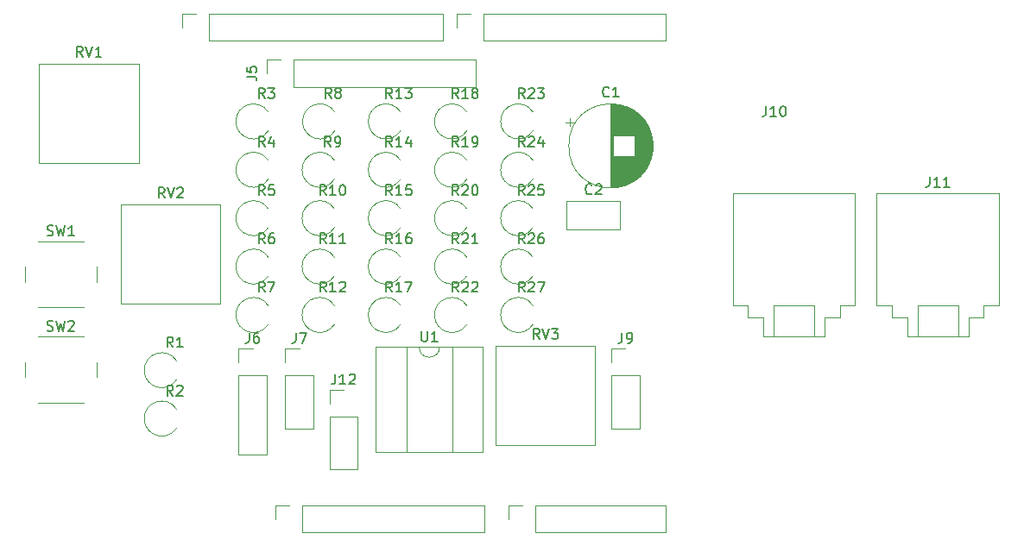
<source format=gbr>
%TF.GenerationSoftware,KiCad,Pcbnew,9.0.7*%
%TF.CreationDate,2026-02-04T13:13:08-07:00*%
%TF.ProjectId,Uno_Shield_DSP_Class_v1,556e6f5f-5368-4696-956c-645f4453505f,rev?*%
%TF.SameCoordinates,Original*%
%TF.FileFunction,Legend,Top*%
%TF.FilePolarity,Positive*%
%FSLAX46Y46*%
G04 Gerber Fmt 4.6, Leading zero omitted, Abs format (unit mm)*
G04 Created by KiCad (PCBNEW 9.0.7) date 2026-02-04 13:13:08*
%MOMM*%
%LPD*%
G01*
G04 APERTURE LIST*
%ADD10C,0.150000*%
%ADD11C,0.120000*%
G04 APERTURE END LIST*
D10*
X132023333Y-60934819D02*
X131690000Y-60458628D01*
X131451905Y-60934819D02*
X131451905Y-59934819D01*
X131451905Y-59934819D02*
X131832857Y-59934819D01*
X131832857Y-59934819D02*
X131928095Y-59982438D01*
X131928095Y-59982438D02*
X131975714Y-60030057D01*
X131975714Y-60030057D02*
X132023333Y-60125295D01*
X132023333Y-60125295D02*
X132023333Y-60268152D01*
X132023333Y-60268152D02*
X131975714Y-60363390D01*
X131975714Y-60363390D02*
X131928095Y-60411009D01*
X131928095Y-60411009D02*
X131832857Y-60458628D01*
X131832857Y-60458628D02*
X131451905Y-60458628D01*
X132499524Y-60934819D02*
X132690000Y-60934819D01*
X132690000Y-60934819D02*
X132785238Y-60887200D01*
X132785238Y-60887200D02*
X132832857Y-60839580D01*
X132832857Y-60839580D02*
X132928095Y-60696723D01*
X132928095Y-60696723D02*
X132975714Y-60506247D01*
X132975714Y-60506247D02*
X132975714Y-60125295D01*
X132975714Y-60125295D02*
X132928095Y-60030057D01*
X132928095Y-60030057D02*
X132880476Y-59982438D01*
X132880476Y-59982438D02*
X132785238Y-59934819D01*
X132785238Y-59934819D02*
X132594762Y-59934819D01*
X132594762Y-59934819D02*
X132499524Y-59982438D01*
X132499524Y-59982438D02*
X132451905Y-60030057D01*
X132451905Y-60030057D02*
X132404286Y-60125295D01*
X132404286Y-60125295D02*
X132404286Y-60363390D01*
X132404286Y-60363390D02*
X132451905Y-60458628D01*
X132451905Y-60458628D02*
X132499524Y-60506247D01*
X132499524Y-60506247D02*
X132594762Y-60553866D01*
X132594762Y-60553866D02*
X132785238Y-60553866D01*
X132785238Y-60553866D02*
X132880476Y-60506247D01*
X132880476Y-60506247D02*
X132928095Y-60458628D01*
X132928095Y-60458628D02*
X132975714Y-60363390D01*
X138037142Y-56184819D02*
X137703809Y-55708628D01*
X137465714Y-56184819D02*
X137465714Y-55184819D01*
X137465714Y-55184819D02*
X137846666Y-55184819D01*
X137846666Y-55184819D02*
X137941904Y-55232438D01*
X137941904Y-55232438D02*
X137989523Y-55280057D01*
X137989523Y-55280057D02*
X138037142Y-55375295D01*
X138037142Y-55375295D02*
X138037142Y-55518152D01*
X138037142Y-55518152D02*
X137989523Y-55613390D01*
X137989523Y-55613390D02*
X137941904Y-55661009D01*
X137941904Y-55661009D02*
X137846666Y-55708628D01*
X137846666Y-55708628D02*
X137465714Y-55708628D01*
X138989523Y-56184819D02*
X138418095Y-56184819D01*
X138703809Y-56184819D02*
X138703809Y-55184819D01*
X138703809Y-55184819D02*
X138608571Y-55327676D01*
X138608571Y-55327676D02*
X138513333Y-55422914D01*
X138513333Y-55422914D02*
X138418095Y-55470533D01*
X139322857Y-55184819D02*
X139941904Y-55184819D01*
X139941904Y-55184819D02*
X139608571Y-55565771D01*
X139608571Y-55565771D02*
X139751428Y-55565771D01*
X139751428Y-55565771D02*
X139846666Y-55613390D01*
X139846666Y-55613390D02*
X139894285Y-55661009D01*
X139894285Y-55661009D02*
X139941904Y-55756247D01*
X139941904Y-55756247D02*
X139941904Y-55994342D01*
X139941904Y-55994342D02*
X139894285Y-56089580D01*
X139894285Y-56089580D02*
X139846666Y-56137200D01*
X139846666Y-56137200D02*
X139751428Y-56184819D01*
X139751428Y-56184819D02*
X139465714Y-56184819D01*
X139465714Y-56184819D02*
X139370476Y-56137200D01*
X139370476Y-56137200D02*
X139322857Y-56089580D01*
X138037142Y-60934819D02*
X137703809Y-60458628D01*
X137465714Y-60934819D02*
X137465714Y-59934819D01*
X137465714Y-59934819D02*
X137846666Y-59934819D01*
X137846666Y-59934819D02*
X137941904Y-59982438D01*
X137941904Y-59982438D02*
X137989523Y-60030057D01*
X137989523Y-60030057D02*
X138037142Y-60125295D01*
X138037142Y-60125295D02*
X138037142Y-60268152D01*
X138037142Y-60268152D02*
X137989523Y-60363390D01*
X137989523Y-60363390D02*
X137941904Y-60411009D01*
X137941904Y-60411009D02*
X137846666Y-60458628D01*
X137846666Y-60458628D02*
X137465714Y-60458628D01*
X138989523Y-60934819D02*
X138418095Y-60934819D01*
X138703809Y-60934819D02*
X138703809Y-59934819D01*
X138703809Y-59934819D02*
X138608571Y-60077676D01*
X138608571Y-60077676D02*
X138513333Y-60172914D01*
X138513333Y-60172914D02*
X138418095Y-60220533D01*
X139846666Y-60268152D02*
X139846666Y-60934819D01*
X139608571Y-59887200D02*
X139370476Y-60601485D01*
X139370476Y-60601485D02*
X139989523Y-60601485D01*
X144527142Y-56184819D02*
X144193809Y-55708628D01*
X143955714Y-56184819D02*
X143955714Y-55184819D01*
X143955714Y-55184819D02*
X144336666Y-55184819D01*
X144336666Y-55184819D02*
X144431904Y-55232438D01*
X144431904Y-55232438D02*
X144479523Y-55280057D01*
X144479523Y-55280057D02*
X144527142Y-55375295D01*
X144527142Y-55375295D02*
X144527142Y-55518152D01*
X144527142Y-55518152D02*
X144479523Y-55613390D01*
X144479523Y-55613390D02*
X144431904Y-55661009D01*
X144431904Y-55661009D02*
X144336666Y-55708628D01*
X144336666Y-55708628D02*
X143955714Y-55708628D01*
X145479523Y-56184819D02*
X144908095Y-56184819D01*
X145193809Y-56184819D02*
X145193809Y-55184819D01*
X145193809Y-55184819D02*
X145098571Y-55327676D01*
X145098571Y-55327676D02*
X145003333Y-55422914D01*
X145003333Y-55422914D02*
X144908095Y-55470533D01*
X146050952Y-55613390D02*
X145955714Y-55565771D01*
X145955714Y-55565771D02*
X145908095Y-55518152D01*
X145908095Y-55518152D02*
X145860476Y-55422914D01*
X145860476Y-55422914D02*
X145860476Y-55375295D01*
X145860476Y-55375295D02*
X145908095Y-55280057D01*
X145908095Y-55280057D02*
X145955714Y-55232438D01*
X145955714Y-55232438D02*
X146050952Y-55184819D01*
X146050952Y-55184819D02*
X146241428Y-55184819D01*
X146241428Y-55184819D02*
X146336666Y-55232438D01*
X146336666Y-55232438D02*
X146384285Y-55280057D01*
X146384285Y-55280057D02*
X146431904Y-55375295D01*
X146431904Y-55375295D02*
X146431904Y-55422914D01*
X146431904Y-55422914D02*
X146384285Y-55518152D01*
X146384285Y-55518152D02*
X146336666Y-55565771D01*
X146336666Y-55565771D02*
X146241428Y-55613390D01*
X146241428Y-55613390D02*
X146050952Y-55613390D01*
X146050952Y-55613390D02*
X145955714Y-55661009D01*
X145955714Y-55661009D02*
X145908095Y-55708628D01*
X145908095Y-55708628D02*
X145860476Y-55803866D01*
X145860476Y-55803866D02*
X145860476Y-55994342D01*
X145860476Y-55994342D02*
X145908095Y-56089580D01*
X145908095Y-56089580D02*
X145955714Y-56137200D01*
X145955714Y-56137200D02*
X146050952Y-56184819D01*
X146050952Y-56184819D02*
X146241428Y-56184819D01*
X146241428Y-56184819D02*
X146336666Y-56137200D01*
X146336666Y-56137200D02*
X146384285Y-56089580D01*
X146384285Y-56089580D02*
X146431904Y-55994342D01*
X146431904Y-55994342D02*
X146431904Y-55803866D01*
X146431904Y-55803866D02*
X146384285Y-55708628D01*
X146384285Y-55708628D02*
X146336666Y-55661009D01*
X146336666Y-55661009D02*
X146241428Y-55613390D01*
X125533333Y-60934819D02*
X125200000Y-60458628D01*
X124961905Y-60934819D02*
X124961905Y-59934819D01*
X124961905Y-59934819D02*
X125342857Y-59934819D01*
X125342857Y-59934819D02*
X125438095Y-59982438D01*
X125438095Y-59982438D02*
X125485714Y-60030057D01*
X125485714Y-60030057D02*
X125533333Y-60125295D01*
X125533333Y-60125295D02*
X125533333Y-60268152D01*
X125533333Y-60268152D02*
X125485714Y-60363390D01*
X125485714Y-60363390D02*
X125438095Y-60411009D01*
X125438095Y-60411009D02*
X125342857Y-60458628D01*
X125342857Y-60458628D02*
X124961905Y-60458628D01*
X126390476Y-60268152D02*
X126390476Y-60934819D01*
X126152381Y-59887200D02*
X125914286Y-60601485D01*
X125914286Y-60601485D02*
X126533333Y-60601485D01*
X138037142Y-65684819D02*
X137703809Y-65208628D01*
X137465714Y-65684819D02*
X137465714Y-64684819D01*
X137465714Y-64684819D02*
X137846666Y-64684819D01*
X137846666Y-64684819D02*
X137941904Y-64732438D01*
X137941904Y-64732438D02*
X137989523Y-64780057D01*
X137989523Y-64780057D02*
X138037142Y-64875295D01*
X138037142Y-64875295D02*
X138037142Y-65018152D01*
X138037142Y-65018152D02*
X137989523Y-65113390D01*
X137989523Y-65113390D02*
X137941904Y-65161009D01*
X137941904Y-65161009D02*
X137846666Y-65208628D01*
X137846666Y-65208628D02*
X137465714Y-65208628D01*
X138989523Y-65684819D02*
X138418095Y-65684819D01*
X138703809Y-65684819D02*
X138703809Y-64684819D01*
X138703809Y-64684819D02*
X138608571Y-64827676D01*
X138608571Y-64827676D02*
X138513333Y-64922914D01*
X138513333Y-64922914D02*
X138418095Y-64970533D01*
X139894285Y-64684819D02*
X139418095Y-64684819D01*
X139418095Y-64684819D02*
X139370476Y-65161009D01*
X139370476Y-65161009D02*
X139418095Y-65113390D01*
X139418095Y-65113390D02*
X139513333Y-65065771D01*
X139513333Y-65065771D02*
X139751428Y-65065771D01*
X139751428Y-65065771D02*
X139846666Y-65113390D01*
X139846666Y-65113390D02*
X139894285Y-65161009D01*
X139894285Y-65161009D02*
X139941904Y-65256247D01*
X139941904Y-65256247D02*
X139941904Y-65494342D01*
X139941904Y-65494342D02*
X139894285Y-65589580D01*
X139894285Y-65589580D02*
X139846666Y-65637200D01*
X139846666Y-65637200D02*
X139751428Y-65684819D01*
X139751428Y-65684819D02*
X139513333Y-65684819D01*
X139513333Y-65684819D02*
X139418095Y-65637200D01*
X139418095Y-65637200D02*
X139370476Y-65589580D01*
X144527142Y-60934819D02*
X144193809Y-60458628D01*
X143955714Y-60934819D02*
X143955714Y-59934819D01*
X143955714Y-59934819D02*
X144336666Y-59934819D01*
X144336666Y-59934819D02*
X144431904Y-59982438D01*
X144431904Y-59982438D02*
X144479523Y-60030057D01*
X144479523Y-60030057D02*
X144527142Y-60125295D01*
X144527142Y-60125295D02*
X144527142Y-60268152D01*
X144527142Y-60268152D02*
X144479523Y-60363390D01*
X144479523Y-60363390D02*
X144431904Y-60411009D01*
X144431904Y-60411009D02*
X144336666Y-60458628D01*
X144336666Y-60458628D02*
X143955714Y-60458628D01*
X145479523Y-60934819D02*
X144908095Y-60934819D01*
X145193809Y-60934819D02*
X145193809Y-59934819D01*
X145193809Y-59934819D02*
X145098571Y-60077676D01*
X145098571Y-60077676D02*
X145003333Y-60172914D01*
X145003333Y-60172914D02*
X144908095Y-60220533D01*
X145955714Y-60934819D02*
X146146190Y-60934819D01*
X146146190Y-60934819D02*
X146241428Y-60887200D01*
X146241428Y-60887200D02*
X146289047Y-60839580D01*
X146289047Y-60839580D02*
X146384285Y-60696723D01*
X146384285Y-60696723D02*
X146431904Y-60506247D01*
X146431904Y-60506247D02*
X146431904Y-60125295D01*
X146431904Y-60125295D02*
X146384285Y-60030057D01*
X146384285Y-60030057D02*
X146336666Y-59982438D01*
X146336666Y-59982438D02*
X146241428Y-59934819D01*
X146241428Y-59934819D02*
X146050952Y-59934819D01*
X146050952Y-59934819D02*
X145955714Y-59982438D01*
X145955714Y-59982438D02*
X145908095Y-60030057D01*
X145908095Y-60030057D02*
X145860476Y-60125295D01*
X145860476Y-60125295D02*
X145860476Y-60363390D01*
X145860476Y-60363390D02*
X145908095Y-60458628D01*
X145908095Y-60458628D02*
X145955714Y-60506247D01*
X145955714Y-60506247D02*
X146050952Y-60553866D01*
X146050952Y-60553866D02*
X146241428Y-60553866D01*
X146241428Y-60553866D02*
X146336666Y-60506247D01*
X146336666Y-60506247D02*
X146384285Y-60458628D01*
X146384285Y-60458628D02*
X146431904Y-60363390D01*
X157613333Y-65509580D02*
X157565714Y-65557200D01*
X157565714Y-65557200D02*
X157422857Y-65604819D01*
X157422857Y-65604819D02*
X157327619Y-65604819D01*
X157327619Y-65604819D02*
X157184762Y-65557200D01*
X157184762Y-65557200D02*
X157089524Y-65461961D01*
X157089524Y-65461961D02*
X157041905Y-65366723D01*
X157041905Y-65366723D02*
X156994286Y-65176247D01*
X156994286Y-65176247D02*
X156994286Y-65033390D01*
X156994286Y-65033390D02*
X157041905Y-64842914D01*
X157041905Y-64842914D02*
X157089524Y-64747676D01*
X157089524Y-64747676D02*
X157184762Y-64652438D01*
X157184762Y-64652438D02*
X157327619Y-64604819D01*
X157327619Y-64604819D02*
X157422857Y-64604819D01*
X157422857Y-64604819D02*
X157565714Y-64652438D01*
X157565714Y-64652438D02*
X157613333Y-64700057D01*
X157994286Y-64700057D02*
X158041905Y-64652438D01*
X158041905Y-64652438D02*
X158137143Y-64604819D01*
X158137143Y-64604819D02*
X158375238Y-64604819D01*
X158375238Y-64604819D02*
X158470476Y-64652438D01*
X158470476Y-64652438D02*
X158518095Y-64700057D01*
X158518095Y-64700057D02*
X158565714Y-64795295D01*
X158565714Y-64795295D02*
X158565714Y-64890533D01*
X158565714Y-64890533D02*
X158518095Y-65033390D01*
X158518095Y-65033390D02*
X157946667Y-65604819D01*
X157946667Y-65604819D02*
X158565714Y-65604819D01*
X125533333Y-75184819D02*
X125200000Y-74708628D01*
X124961905Y-75184819D02*
X124961905Y-74184819D01*
X124961905Y-74184819D02*
X125342857Y-74184819D01*
X125342857Y-74184819D02*
X125438095Y-74232438D01*
X125438095Y-74232438D02*
X125485714Y-74280057D01*
X125485714Y-74280057D02*
X125533333Y-74375295D01*
X125533333Y-74375295D02*
X125533333Y-74518152D01*
X125533333Y-74518152D02*
X125485714Y-74613390D01*
X125485714Y-74613390D02*
X125438095Y-74661009D01*
X125438095Y-74661009D02*
X125342857Y-74708628D01*
X125342857Y-74708628D02*
X124961905Y-74708628D01*
X125866667Y-74184819D02*
X126533333Y-74184819D01*
X126533333Y-74184819D02*
X126104762Y-75184819D01*
X144527142Y-70434819D02*
X144193809Y-69958628D01*
X143955714Y-70434819D02*
X143955714Y-69434819D01*
X143955714Y-69434819D02*
X144336666Y-69434819D01*
X144336666Y-69434819D02*
X144431904Y-69482438D01*
X144431904Y-69482438D02*
X144479523Y-69530057D01*
X144479523Y-69530057D02*
X144527142Y-69625295D01*
X144527142Y-69625295D02*
X144527142Y-69768152D01*
X144527142Y-69768152D02*
X144479523Y-69863390D01*
X144479523Y-69863390D02*
X144431904Y-69911009D01*
X144431904Y-69911009D02*
X144336666Y-69958628D01*
X144336666Y-69958628D02*
X143955714Y-69958628D01*
X144908095Y-69530057D02*
X144955714Y-69482438D01*
X144955714Y-69482438D02*
X145050952Y-69434819D01*
X145050952Y-69434819D02*
X145289047Y-69434819D01*
X145289047Y-69434819D02*
X145384285Y-69482438D01*
X145384285Y-69482438D02*
X145431904Y-69530057D01*
X145431904Y-69530057D02*
X145479523Y-69625295D01*
X145479523Y-69625295D02*
X145479523Y-69720533D01*
X145479523Y-69720533D02*
X145431904Y-69863390D01*
X145431904Y-69863390D02*
X144860476Y-70434819D01*
X144860476Y-70434819D02*
X145479523Y-70434819D01*
X146431904Y-70434819D02*
X145860476Y-70434819D01*
X146146190Y-70434819D02*
X146146190Y-69434819D01*
X146146190Y-69434819D02*
X146050952Y-69577676D01*
X146050952Y-69577676D02*
X145955714Y-69672914D01*
X145955714Y-69672914D02*
X145860476Y-69720533D01*
X104196667Y-78967200D02*
X104339524Y-79014819D01*
X104339524Y-79014819D02*
X104577619Y-79014819D01*
X104577619Y-79014819D02*
X104672857Y-78967200D01*
X104672857Y-78967200D02*
X104720476Y-78919580D01*
X104720476Y-78919580D02*
X104768095Y-78824342D01*
X104768095Y-78824342D02*
X104768095Y-78729104D01*
X104768095Y-78729104D02*
X104720476Y-78633866D01*
X104720476Y-78633866D02*
X104672857Y-78586247D01*
X104672857Y-78586247D02*
X104577619Y-78538628D01*
X104577619Y-78538628D02*
X104387143Y-78491009D01*
X104387143Y-78491009D02*
X104291905Y-78443390D01*
X104291905Y-78443390D02*
X104244286Y-78395771D01*
X104244286Y-78395771D02*
X104196667Y-78300533D01*
X104196667Y-78300533D02*
X104196667Y-78205295D01*
X104196667Y-78205295D02*
X104244286Y-78110057D01*
X104244286Y-78110057D02*
X104291905Y-78062438D01*
X104291905Y-78062438D02*
X104387143Y-78014819D01*
X104387143Y-78014819D02*
X104625238Y-78014819D01*
X104625238Y-78014819D02*
X104768095Y-78062438D01*
X105101429Y-78014819D02*
X105339524Y-79014819D01*
X105339524Y-79014819D02*
X105530000Y-78300533D01*
X105530000Y-78300533D02*
X105720476Y-79014819D01*
X105720476Y-79014819D02*
X105958572Y-78014819D01*
X106291905Y-78110057D02*
X106339524Y-78062438D01*
X106339524Y-78062438D02*
X106434762Y-78014819D01*
X106434762Y-78014819D02*
X106672857Y-78014819D01*
X106672857Y-78014819D02*
X106768095Y-78062438D01*
X106768095Y-78062438D02*
X106815714Y-78110057D01*
X106815714Y-78110057D02*
X106863333Y-78205295D01*
X106863333Y-78205295D02*
X106863333Y-78300533D01*
X106863333Y-78300533D02*
X106815714Y-78443390D01*
X106815714Y-78443390D02*
X106244286Y-79014819D01*
X106244286Y-79014819D02*
X106863333Y-79014819D01*
X144527142Y-65684819D02*
X144193809Y-65208628D01*
X143955714Y-65684819D02*
X143955714Y-64684819D01*
X143955714Y-64684819D02*
X144336666Y-64684819D01*
X144336666Y-64684819D02*
X144431904Y-64732438D01*
X144431904Y-64732438D02*
X144479523Y-64780057D01*
X144479523Y-64780057D02*
X144527142Y-64875295D01*
X144527142Y-64875295D02*
X144527142Y-65018152D01*
X144527142Y-65018152D02*
X144479523Y-65113390D01*
X144479523Y-65113390D02*
X144431904Y-65161009D01*
X144431904Y-65161009D02*
X144336666Y-65208628D01*
X144336666Y-65208628D02*
X143955714Y-65208628D01*
X144908095Y-64780057D02*
X144955714Y-64732438D01*
X144955714Y-64732438D02*
X145050952Y-64684819D01*
X145050952Y-64684819D02*
X145289047Y-64684819D01*
X145289047Y-64684819D02*
X145384285Y-64732438D01*
X145384285Y-64732438D02*
X145431904Y-64780057D01*
X145431904Y-64780057D02*
X145479523Y-64875295D01*
X145479523Y-64875295D02*
X145479523Y-64970533D01*
X145479523Y-64970533D02*
X145431904Y-65113390D01*
X145431904Y-65113390D02*
X144860476Y-65684819D01*
X144860476Y-65684819D02*
X145479523Y-65684819D01*
X146098571Y-64684819D02*
X146193809Y-64684819D01*
X146193809Y-64684819D02*
X146289047Y-64732438D01*
X146289047Y-64732438D02*
X146336666Y-64780057D01*
X146336666Y-64780057D02*
X146384285Y-64875295D01*
X146384285Y-64875295D02*
X146431904Y-65065771D01*
X146431904Y-65065771D02*
X146431904Y-65303866D01*
X146431904Y-65303866D02*
X146384285Y-65494342D01*
X146384285Y-65494342D02*
X146336666Y-65589580D01*
X146336666Y-65589580D02*
X146289047Y-65637200D01*
X146289047Y-65637200D02*
X146193809Y-65684819D01*
X146193809Y-65684819D02*
X146098571Y-65684819D01*
X146098571Y-65684819D02*
X146003333Y-65637200D01*
X146003333Y-65637200D02*
X145955714Y-65589580D01*
X145955714Y-65589580D02*
X145908095Y-65494342D01*
X145908095Y-65494342D02*
X145860476Y-65303866D01*
X145860476Y-65303866D02*
X145860476Y-65065771D01*
X145860476Y-65065771D02*
X145908095Y-64875295D01*
X145908095Y-64875295D02*
X145955714Y-64780057D01*
X145955714Y-64780057D02*
X146003333Y-64732438D01*
X146003333Y-64732438D02*
X146098571Y-64684819D01*
X125533333Y-70434819D02*
X125200000Y-69958628D01*
X124961905Y-70434819D02*
X124961905Y-69434819D01*
X124961905Y-69434819D02*
X125342857Y-69434819D01*
X125342857Y-69434819D02*
X125438095Y-69482438D01*
X125438095Y-69482438D02*
X125485714Y-69530057D01*
X125485714Y-69530057D02*
X125533333Y-69625295D01*
X125533333Y-69625295D02*
X125533333Y-69768152D01*
X125533333Y-69768152D02*
X125485714Y-69863390D01*
X125485714Y-69863390D02*
X125438095Y-69911009D01*
X125438095Y-69911009D02*
X125342857Y-69958628D01*
X125342857Y-69958628D02*
X124961905Y-69958628D01*
X126390476Y-69434819D02*
X126200000Y-69434819D01*
X126200000Y-69434819D02*
X126104762Y-69482438D01*
X126104762Y-69482438D02*
X126057143Y-69530057D01*
X126057143Y-69530057D02*
X125961905Y-69672914D01*
X125961905Y-69672914D02*
X125914286Y-69863390D01*
X125914286Y-69863390D02*
X125914286Y-70244342D01*
X125914286Y-70244342D02*
X125961905Y-70339580D01*
X125961905Y-70339580D02*
X126009524Y-70387200D01*
X126009524Y-70387200D02*
X126104762Y-70434819D01*
X126104762Y-70434819D02*
X126295238Y-70434819D01*
X126295238Y-70434819D02*
X126390476Y-70387200D01*
X126390476Y-70387200D02*
X126438095Y-70339580D01*
X126438095Y-70339580D02*
X126485714Y-70244342D01*
X126485714Y-70244342D02*
X126485714Y-70006247D01*
X126485714Y-70006247D02*
X126438095Y-69911009D01*
X126438095Y-69911009D02*
X126390476Y-69863390D01*
X126390476Y-69863390D02*
X126295238Y-69815771D01*
X126295238Y-69815771D02*
X126104762Y-69815771D01*
X126104762Y-69815771D02*
X126009524Y-69863390D01*
X126009524Y-69863390D02*
X125961905Y-69911009D01*
X125961905Y-69911009D02*
X125914286Y-70006247D01*
X128606666Y-79194819D02*
X128606666Y-79909104D01*
X128606666Y-79909104D02*
X128559047Y-80051961D01*
X128559047Y-80051961D02*
X128463809Y-80147200D01*
X128463809Y-80147200D02*
X128320952Y-80194819D01*
X128320952Y-80194819D02*
X128225714Y-80194819D01*
X128987619Y-79194819D02*
X129654285Y-79194819D01*
X129654285Y-79194819D02*
X129225714Y-80194819D01*
X131547142Y-65684819D02*
X131213809Y-65208628D01*
X130975714Y-65684819D02*
X130975714Y-64684819D01*
X130975714Y-64684819D02*
X131356666Y-64684819D01*
X131356666Y-64684819D02*
X131451904Y-64732438D01*
X131451904Y-64732438D02*
X131499523Y-64780057D01*
X131499523Y-64780057D02*
X131547142Y-64875295D01*
X131547142Y-64875295D02*
X131547142Y-65018152D01*
X131547142Y-65018152D02*
X131499523Y-65113390D01*
X131499523Y-65113390D02*
X131451904Y-65161009D01*
X131451904Y-65161009D02*
X131356666Y-65208628D01*
X131356666Y-65208628D02*
X130975714Y-65208628D01*
X132499523Y-65684819D02*
X131928095Y-65684819D01*
X132213809Y-65684819D02*
X132213809Y-64684819D01*
X132213809Y-64684819D02*
X132118571Y-64827676D01*
X132118571Y-64827676D02*
X132023333Y-64922914D01*
X132023333Y-64922914D02*
X131928095Y-64970533D01*
X133118571Y-64684819D02*
X133213809Y-64684819D01*
X133213809Y-64684819D02*
X133309047Y-64732438D01*
X133309047Y-64732438D02*
X133356666Y-64780057D01*
X133356666Y-64780057D02*
X133404285Y-64875295D01*
X133404285Y-64875295D02*
X133451904Y-65065771D01*
X133451904Y-65065771D02*
X133451904Y-65303866D01*
X133451904Y-65303866D02*
X133404285Y-65494342D01*
X133404285Y-65494342D02*
X133356666Y-65589580D01*
X133356666Y-65589580D02*
X133309047Y-65637200D01*
X133309047Y-65637200D02*
X133213809Y-65684819D01*
X133213809Y-65684819D02*
X133118571Y-65684819D01*
X133118571Y-65684819D02*
X133023333Y-65637200D01*
X133023333Y-65637200D02*
X132975714Y-65589580D01*
X132975714Y-65589580D02*
X132928095Y-65494342D01*
X132928095Y-65494342D02*
X132880476Y-65303866D01*
X132880476Y-65303866D02*
X132880476Y-65065771D01*
X132880476Y-65065771D02*
X132928095Y-64875295D01*
X132928095Y-64875295D02*
X132975714Y-64780057D01*
X132975714Y-64780057D02*
X133023333Y-64732438D01*
X133023333Y-64732438D02*
X133118571Y-64684819D01*
X123764819Y-54053333D02*
X124479104Y-54053333D01*
X124479104Y-54053333D02*
X124621961Y-54100952D01*
X124621961Y-54100952D02*
X124717200Y-54196190D01*
X124717200Y-54196190D02*
X124764819Y-54339047D01*
X124764819Y-54339047D02*
X124764819Y-54434285D01*
X123764819Y-53100952D02*
X123764819Y-53577142D01*
X123764819Y-53577142D02*
X124241009Y-53624761D01*
X124241009Y-53624761D02*
X124193390Y-53577142D01*
X124193390Y-53577142D02*
X124145771Y-53481904D01*
X124145771Y-53481904D02*
X124145771Y-53243809D01*
X124145771Y-53243809D02*
X124193390Y-53148571D01*
X124193390Y-53148571D02*
X124241009Y-53100952D01*
X124241009Y-53100952D02*
X124336247Y-53053333D01*
X124336247Y-53053333D02*
X124574342Y-53053333D01*
X124574342Y-53053333D02*
X124669580Y-53100952D01*
X124669580Y-53100952D02*
X124717200Y-53148571D01*
X124717200Y-53148571D02*
X124764819Y-53243809D01*
X124764819Y-53243809D02*
X124764819Y-53481904D01*
X124764819Y-53481904D02*
X124717200Y-53577142D01*
X124717200Y-53577142D02*
X124669580Y-53624761D01*
X151017142Y-70434819D02*
X150683809Y-69958628D01*
X150445714Y-70434819D02*
X150445714Y-69434819D01*
X150445714Y-69434819D02*
X150826666Y-69434819D01*
X150826666Y-69434819D02*
X150921904Y-69482438D01*
X150921904Y-69482438D02*
X150969523Y-69530057D01*
X150969523Y-69530057D02*
X151017142Y-69625295D01*
X151017142Y-69625295D02*
X151017142Y-69768152D01*
X151017142Y-69768152D02*
X150969523Y-69863390D01*
X150969523Y-69863390D02*
X150921904Y-69911009D01*
X150921904Y-69911009D02*
X150826666Y-69958628D01*
X150826666Y-69958628D02*
X150445714Y-69958628D01*
X151398095Y-69530057D02*
X151445714Y-69482438D01*
X151445714Y-69482438D02*
X151540952Y-69434819D01*
X151540952Y-69434819D02*
X151779047Y-69434819D01*
X151779047Y-69434819D02*
X151874285Y-69482438D01*
X151874285Y-69482438D02*
X151921904Y-69530057D01*
X151921904Y-69530057D02*
X151969523Y-69625295D01*
X151969523Y-69625295D02*
X151969523Y-69720533D01*
X151969523Y-69720533D02*
X151921904Y-69863390D01*
X151921904Y-69863390D02*
X151350476Y-70434819D01*
X151350476Y-70434819D02*
X151969523Y-70434819D01*
X152826666Y-69434819D02*
X152636190Y-69434819D01*
X152636190Y-69434819D02*
X152540952Y-69482438D01*
X152540952Y-69482438D02*
X152493333Y-69530057D01*
X152493333Y-69530057D02*
X152398095Y-69672914D01*
X152398095Y-69672914D02*
X152350476Y-69863390D01*
X152350476Y-69863390D02*
X152350476Y-70244342D01*
X152350476Y-70244342D02*
X152398095Y-70339580D01*
X152398095Y-70339580D02*
X152445714Y-70387200D01*
X152445714Y-70387200D02*
X152540952Y-70434819D01*
X152540952Y-70434819D02*
X152731428Y-70434819D01*
X152731428Y-70434819D02*
X152826666Y-70387200D01*
X152826666Y-70387200D02*
X152874285Y-70339580D01*
X152874285Y-70339580D02*
X152921904Y-70244342D01*
X152921904Y-70244342D02*
X152921904Y-70006247D01*
X152921904Y-70006247D02*
X152874285Y-69911009D01*
X152874285Y-69911009D02*
X152826666Y-69863390D01*
X152826666Y-69863390D02*
X152731428Y-69815771D01*
X152731428Y-69815771D02*
X152540952Y-69815771D01*
X152540952Y-69815771D02*
X152445714Y-69863390D01*
X152445714Y-69863390D02*
X152398095Y-69911009D01*
X152398095Y-69911009D02*
X152350476Y-70006247D01*
X190740476Y-63874819D02*
X190740476Y-64589104D01*
X190740476Y-64589104D02*
X190692857Y-64731961D01*
X190692857Y-64731961D02*
X190597619Y-64827200D01*
X190597619Y-64827200D02*
X190454762Y-64874819D01*
X190454762Y-64874819D02*
X190359524Y-64874819D01*
X191740476Y-64874819D02*
X191169048Y-64874819D01*
X191454762Y-64874819D02*
X191454762Y-63874819D01*
X191454762Y-63874819D02*
X191359524Y-64017676D01*
X191359524Y-64017676D02*
X191264286Y-64112914D01*
X191264286Y-64112914D02*
X191169048Y-64160533D01*
X192692857Y-64874819D02*
X192121429Y-64874819D01*
X192407143Y-64874819D02*
X192407143Y-63874819D01*
X192407143Y-63874819D02*
X192311905Y-64017676D01*
X192311905Y-64017676D02*
X192216667Y-64112914D01*
X192216667Y-64112914D02*
X192121429Y-64160533D01*
X125533333Y-65684819D02*
X125200000Y-65208628D01*
X124961905Y-65684819D02*
X124961905Y-64684819D01*
X124961905Y-64684819D02*
X125342857Y-64684819D01*
X125342857Y-64684819D02*
X125438095Y-64732438D01*
X125438095Y-64732438D02*
X125485714Y-64780057D01*
X125485714Y-64780057D02*
X125533333Y-64875295D01*
X125533333Y-64875295D02*
X125533333Y-65018152D01*
X125533333Y-65018152D02*
X125485714Y-65113390D01*
X125485714Y-65113390D02*
X125438095Y-65161009D01*
X125438095Y-65161009D02*
X125342857Y-65208628D01*
X125342857Y-65208628D02*
X124961905Y-65208628D01*
X126438095Y-64684819D02*
X125961905Y-64684819D01*
X125961905Y-64684819D02*
X125914286Y-65161009D01*
X125914286Y-65161009D02*
X125961905Y-65113390D01*
X125961905Y-65113390D02*
X126057143Y-65065771D01*
X126057143Y-65065771D02*
X126295238Y-65065771D01*
X126295238Y-65065771D02*
X126390476Y-65113390D01*
X126390476Y-65113390D02*
X126438095Y-65161009D01*
X126438095Y-65161009D02*
X126485714Y-65256247D01*
X126485714Y-65256247D02*
X126485714Y-65494342D01*
X126485714Y-65494342D02*
X126438095Y-65589580D01*
X126438095Y-65589580D02*
X126390476Y-65637200D01*
X126390476Y-65637200D02*
X126295238Y-65684819D01*
X126295238Y-65684819D02*
X126057143Y-65684819D01*
X126057143Y-65684819D02*
X125961905Y-65637200D01*
X125961905Y-65637200D02*
X125914286Y-65589580D01*
X159308031Y-55959580D02*
X159260412Y-56007200D01*
X159260412Y-56007200D02*
X159117555Y-56054819D01*
X159117555Y-56054819D02*
X159022317Y-56054819D01*
X159022317Y-56054819D02*
X158879460Y-56007200D01*
X158879460Y-56007200D02*
X158784222Y-55911961D01*
X158784222Y-55911961D02*
X158736603Y-55816723D01*
X158736603Y-55816723D02*
X158688984Y-55626247D01*
X158688984Y-55626247D02*
X158688984Y-55483390D01*
X158688984Y-55483390D02*
X158736603Y-55292914D01*
X158736603Y-55292914D02*
X158784222Y-55197676D01*
X158784222Y-55197676D02*
X158879460Y-55102438D01*
X158879460Y-55102438D02*
X159022317Y-55054819D01*
X159022317Y-55054819D02*
X159117555Y-55054819D01*
X159117555Y-55054819D02*
X159260412Y-55102438D01*
X159260412Y-55102438D02*
X159308031Y-55150057D01*
X160260412Y-56054819D02*
X159688984Y-56054819D01*
X159974698Y-56054819D02*
X159974698Y-55054819D01*
X159974698Y-55054819D02*
X159879460Y-55197676D01*
X159879460Y-55197676D02*
X159784222Y-55292914D01*
X159784222Y-55292914D02*
X159688984Y-55340533D01*
X151017142Y-60934819D02*
X150683809Y-60458628D01*
X150445714Y-60934819D02*
X150445714Y-59934819D01*
X150445714Y-59934819D02*
X150826666Y-59934819D01*
X150826666Y-59934819D02*
X150921904Y-59982438D01*
X150921904Y-59982438D02*
X150969523Y-60030057D01*
X150969523Y-60030057D02*
X151017142Y-60125295D01*
X151017142Y-60125295D02*
X151017142Y-60268152D01*
X151017142Y-60268152D02*
X150969523Y-60363390D01*
X150969523Y-60363390D02*
X150921904Y-60411009D01*
X150921904Y-60411009D02*
X150826666Y-60458628D01*
X150826666Y-60458628D02*
X150445714Y-60458628D01*
X151398095Y-60030057D02*
X151445714Y-59982438D01*
X151445714Y-59982438D02*
X151540952Y-59934819D01*
X151540952Y-59934819D02*
X151779047Y-59934819D01*
X151779047Y-59934819D02*
X151874285Y-59982438D01*
X151874285Y-59982438D02*
X151921904Y-60030057D01*
X151921904Y-60030057D02*
X151969523Y-60125295D01*
X151969523Y-60125295D02*
X151969523Y-60220533D01*
X151969523Y-60220533D02*
X151921904Y-60363390D01*
X151921904Y-60363390D02*
X151350476Y-60934819D01*
X151350476Y-60934819D02*
X151969523Y-60934819D01*
X152826666Y-60268152D02*
X152826666Y-60934819D01*
X152588571Y-59887200D02*
X152350476Y-60601485D01*
X152350476Y-60601485D02*
X152969523Y-60601485D01*
X131547142Y-75184819D02*
X131213809Y-74708628D01*
X130975714Y-75184819D02*
X130975714Y-74184819D01*
X130975714Y-74184819D02*
X131356666Y-74184819D01*
X131356666Y-74184819D02*
X131451904Y-74232438D01*
X131451904Y-74232438D02*
X131499523Y-74280057D01*
X131499523Y-74280057D02*
X131547142Y-74375295D01*
X131547142Y-74375295D02*
X131547142Y-74518152D01*
X131547142Y-74518152D02*
X131499523Y-74613390D01*
X131499523Y-74613390D02*
X131451904Y-74661009D01*
X131451904Y-74661009D02*
X131356666Y-74708628D01*
X131356666Y-74708628D02*
X130975714Y-74708628D01*
X132499523Y-75184819D02*
X131928095Y-75184819D01*
X132213809Y-75184819D02*
X132213809Y-74184819D01*
X132213809Y-74184819D02*
X132118571Y-74327676D01*
X132118571Y-74327676D02*
X132023333Y-74422914D01*
X132023333Y-74422914D02*
X131928095Y-74470533D01*
X132880476Y-74280057D02*
X132928095Y-74232438D01*
X132928095Y-74232438D02*
X133023333Y-74184819D01*
X133023333Y-74184819D02*
X133261428Y-74184819D01*
X133261428Y-74184819D02*
X133356666Y-74232438D01*
X133356666Y-74232438D02*
X133404285Y-74280057D01*
X133404285Y-74280057D02*
X133451904Y-74375295D01*
X133451904Y-74375295D02*
X133451904Y-74470533D01*
X133451904Y-74470533D02*
X133404285Y-74613390D01*
X133404285Y-74613390D02*
X132832857Y-75184819D01*
X132832857Y-75184819D02*
X133451904Y-75184819D01*
X104196667Y-69617200D02*
X104339524Y-69664819D01*
X104339524Y-69664819D02*
X104577619Y-69664819D01*
X104577619Y-69664819D02*
X104672857Y-69617200D01*
X104672857Y-69617200D02*
X104720476Y-69569580D01*
X104720476Y-69569580D02*
X104768095Y-69474342D01*
X104768095Y-69474342D02*
X104768095Y-69379104D01*
X104768095Y-69379104D02*
X104720476Y-69283866D01*
X104720476Y-69283866D02*
X104672857Y-69236247D01*
X104672857Y-69236247D02*
X104577619Y-69188628D01*
X104577619Y-69188628D02*
X104387143Y-69141009D01*
X104387143Y-69141009D02*
X104291905Y-69093390D01*
X104291905Y-69093390D02*
X104244286Y-69045771D01*
X104244286Y-69045771D02*
X104196667Y-68950533D01*
X104196667Y-68950533D02*
X104196667Y-68855295D01*
X104196667Y-68855295D02*
X104244286Y-68760057D01*
X104244286Y-68760057D02*
X104291905Y-68712438D01*
X104291905Y-68712438D02*
X104387143Y-68664819D01*
X104387143Y-68664819D02*
X104625238Y-68664819D01*
X104625238Y-68664819D02*
X104768095Y-68712438D01*
X105101429Y-68664819D02*
X105339524Y-69664819D01*
X105339524Y-69664819D02*
X105530000Y-68950533D01*
X105530000Y-68950533D02*
X105720476Y-69664819D01*
X105720476Y-69664819D02*
X105958572Y-68664819D01*
X106863333Y-69664819D02*
X106291905Y-69664819D01*
X106577619Y-69664819D02*
X106577619Y-68664819D01*
X106577619Y-68664819D02*
X106482381Y-68807676D01*
X106482381Y-68807676D02*
X106387143Y-68902914D01*
X106387143Y-68902914D02*
X106291905Y-68950533D01*
X131547142Y-70434819D02*
X131213809Y-69958628D01*
X130975714Y-70434819D02*
X130975714Y-69434819D01*
X130975714Y-69434819D02*
X131356666Y-69434819D01*
X131356666Y-69434819D02*
X131451904Y-69482438D01*
X131451904Y-69482438D02*
X131499523Y-69530057D01*
X131499523Y-69530057D02*
X131547142Y-69625295D01*
X131547142Y-69625295D02*
X131547142Y-69768152D01*
X131547142Y-69768152D02*
X131499523Y-69863390D01*
X131499523Y-69863390D02*
X131451904Y-69911009D01*
X131451904Y-69911009D02*
X131356666Y-69958628D01*
X131356666Y-69958628D02*
X130975714Y-69958628D01*
X132499523Y-70434819D02*
X131928095Y-70434819D01*
X132213809Y-70434819D02*
X132213809Y-69434819D01*
X132213809Y-69434819D02*
X132118571Y-69577676D01*
X132118571Y-69577676D02*
X132023333Y-69672914D01*
X132023333Y-69672914D02*
X131928095Y-69720533D01*
X133451904Y-70434819D02*
X132880476Y-70434819D01*
X133166190Y-70434819D02*
X133166190Y-69434819D01*
X133166190Y-69434819D02*
X133070952Y-69577676D01*
X133070952Y-69577676D02*
X132975714Y-69672914D01*
X132975714Y-69672914D02*
X132880476Y-69720533D01*
X144527142Y-75184819D02*
X144193809Y-74708628D01*
X143955714Y-75184819D02*
X143955714Y-74184819D01*
X143955714Y-74184819D02*
X144336666Y-74184819D01*
X144336666Y-74184819D02*
X144431904Y-74232438D01*
X144431904Y-74232438D02*
X144479523Y-74280057D01*
X144479523Y-74280057D02*
X144527142Y-74375295D01*
X144527142Y-74375295D02*
X144527142Y-74518152D01*
X144527142Y-74518152D02*
X144479523Y-74613390D01*
X144479523Y-74613390D02*
X144431904Y-74661009D01*
X144431904Y-74661009D02*
X144336666Y-74708628D01*
X144336666Y-74708628D02*
X143955714Y-74708628D01*
X144908095Y-74280057D02*
X144955714Y-74232438D01*
X144955714Y-74232438D02*
X145050952Y-74184819D01*
X145050952Y-74184819D02*
X145289047Y-74184819D01*
X145289047Y-74184819D02*
X145384285Y-74232438D01*
X145384285Y-74232438D02*
X145431904Y-74280057D01*
X145431904Y-74280057D02*
X145479523Y-74375295D01*
X145479523Y-74375295D02*
X145479523Y-74470533D01*
X145479523Y-74470533D02*
X145431904Y-74613390D01*
X145431904Y-74613390D02*
X144860476Y-75184819D01*
X144860476Y-75184819D02*
X145479523Y-75184819D01*
X145860476Y-74280057D02*
X145908095Y-74232438D01*
X145908095Y-74232438D02*
X146003333Y-74184819D01*
X146003333Y-74184819D02*
X146241428Y-74184819D01*
X146241428Y-74184819D02*
X146336666Y-74232438D01*
X146336666Y-74232438D02*
X146384285Y-74280057D01*
X146384285Y-74280057D02*
X146431904Y-74375295D01*
X146431904Y-74375295D02*
X146431904Y-74470533D01*
X146431904Y-74470533D02*
X146384285Y-74613390D01*
X146384285Y-74613390D02*
X145812857Y-75184819D01*
X145812857Y-75184819D02*
X146431904Y-75184819D01*
X132450476Y-83244819D02*
X132450476Y-83959104D01*
X132450476Y-83959104D02*
X132402857Y-84101961D01*
X132402857Y-84101961D02*
X132307619Y-84197200D01*
X132307619Y-84197200D02*
X132164762Y-84244819D01*
X132164762Y-84244819D02*
X132069524Y-84244819D01*
X133450476Y-84244819D02*
X132879048Y-84244819D01*
X133164762Y-84244819D02*
X133164762Y-83244819D01*
X133164762Y-83244819D02*
X133069524Y-83387676D01*
X133069524Y-83387676D02*
X132974286Y-83482914D01*
X132974286Y-83482914D02*
X132879048Y-83530533D01*
X133831429Y-83340057D02*
X133879048Y-83292438D01*
X133879048Y-83292438D02*
X133974286Y-83244819D01*
X133974286Y-83244819D02*
X134212381Y-83244819D01*
X134212381Y-83244819D02*
X134307619Y-83292438D01*
X134307619Y-83292438D02*
X134355238Y-83340057D01*
X134355238Y-83340057D02*
X134402857Y-83435295D01*
X134402857Y-83435295D02*
X134402857Y-83530533D01*
X134402857Y-83530533D02*
X134355238Y-83673390D01*
X134355238Y-83673390D02*
X133783810Y-84244819D01*
X133783810Y-84244819D02*
X134402857Y-84244819D01*
X116543333Y-80604819D02*
X116210000Y-80128628D01*
X115971905Y-80604819D02*
X115971905Y-79604819D01*
X115971905Y-79604819D02*
X116352857Y-79604819D01*
X116352857Y-79604819D02*
X116448095Y-79652438D01*
X116448095Y-79652438D02*
X116495714Y-79700057D01*
X116495714Y-79700057D02*
X116543333Y-79795295D01*
X116543333Y-79795295D02*
X116543333Y-79938152D01*
X116543333Y-79938152D02*
X116495714Y-80033390D01*
X116495714Y-80033390D02*
X116448095Y-80081009D01*
X116448095Y-80081009D02*
X116352857Y-80128628D01*
X116352857Y-80128628D02*
X115971905Y-80128628D01*
X117495714Y-80604819D02*
X116924286Y-80604819D01*
X117210000Y-80604819D02*
X117210000Y-79604819D01*
X117210000Y-79604819D02*
X117114762Y-79747676D01*
X117114762Y-79747676D02*
X117019524Y-79842914D01*
X117019524Y-79842914D02*
X116924286Y-79890533D01*
X151017142Y-75184819D02*
X150683809Y-74708628D01*
X150445714Y-75184819D02*
X150445714Y-74184819D01*
X150445714Y-74184819D02*
X150826666Y-74184819D01*
X150826666Y-74184819D02*
X150921904Y-74232438D01*
X150921904Y-74232438D02*
X150969523Y-74280057D01*
X150969523Y-74280057D02*
X151017142Y-74375295D01*
X151017142Y-74375295D02*
X151017142Y-74518152D01*
X151017142Y-74518152D02*
X150969523Y-74613390D01*
X150969523Y-74613390D02*
X150921904Y-74661009D01*
X150921904Y-74661009D02*
X150826666Y-74708628D01*
X150826666Y-74708628D02*
X150445714Y-74708628D01*
X151398095Y-74280057D02*
X151445714Y-74232438D01*
X151445714Y-74232438D02*
X151540952Y-74184819D01*
X151540952Y-74184819D02*
X151779047Y-74184819D01*
X151779047Y-74184819D02*
X151874285Y-74232438D01*
X151874285Y-74232438D02*
X151921904Y-74280057D01*
X151921904Y-74280057D02*
X151969523Y-74375295D01*
X151969523Y-74375295D02*
X151969523Y-74470533D01*
X151969523Y-74470533D02*
X151921904Y-74613390D01*
X151921904Y-74613390D02*
X151350476Y-75184819D01*
X151350476Y-75184819D02*
X151969523Y-75184819D01*
X152302857Y-74184819D02*
X152969523Y-74184819D01*
X152969523Y-74184819D02*
X152540952Y-75184819D01*
X138037142Y-75184819D02*
X137703809Y-74708628D01*
X137465714Y-75184819D02*
X137465714Y-74184819D01*
X137465714Y-74184819D02*
X137846666Y-74184819D01*
X137846666Y-74184819D02*
X137941904Y-74232438D01*
X137941904Y-74232438D02*
X137989523Y-74280057D01*
X137989523Y-74280057D02*
X138037142Y-74375295D01*
X138037142Y-74375295D02*
X138037142Y-74518152D01*
X138037142Y-74518152D02*
X137989523Y-74613390D01*
X137989523Y-74613390D02*
X137941904Y-74661009D01*
X137941904Y-74661009D02*
X137846666Y-74708628D01*
X137846666Y-74708628D02*
X137465714Y-74708628D01*
X138989523Y-75184819D02*
X138418095Y-75184819D01*
X138703809Y-75184819D02*
X138703809Y-74184819D01*
X138703809Y-74184819D02*
X138608571Y-74327676D01*
X138608571Y-74327676D02*
X138513333Y-74422914D01*
X138513333Y-74422914D02*
X138418095Y-74470533D01*
X139322857Y-74184819D02*
X139989523Y-74184819D01*
X139989523Y-74184819D02*
X139560952Y-75184819D01*
X151017142Y-65684819D02*
X150683809Y-65208628D01*
X150445714Y-65684819D02*
X150445714Y-64684819D01*
X150445714Y-64684819D02*
X150826666Y-64684819D01*
X150826666Y-64684819D02*
X150921904Y-64732438D01*
X150921904Y-64732438D02*
X150969523Y-64780057D01*
X150969523Y-64780057D02*
X151017142Y-64875295D01*
X151017142Y-64875295D02*
X151017142Y-65018152D01*
X151017142Y-65018152D02*
X150969523Y-65113390D01*
X150969523Y-65113390D02*
X150921904Y-65161009D01*
X150921904Y-65161009D02*
X150826666Y-65208628D01*
X150826666Y-65208628D02*
X150445714Y-65208628D01*
X151398095Y-64780057D02*
X151445714Y-64732438D01*
X151445714Y-64732438D02*
X151540952Y-64684819D01*
X151540952Y-64684819D02*
X151779047Y-64684819D01*
X151779047Y-64684819D02*
X151874285Y-64732438D01*
X151874285Y-64732438D02*
X151921904Y-64780057D01*
X151921904Y-64780057D02*
X151969523Y-64875295D01*
X151969523Y-64875295D02*
X151969523Y-64970533D01*
X151969523Y-64970533D02*
X151921904Y-65113390D01*
X151921904Y-65113390D02*
X151350476Y-65684819D01*
X151350476Y-65684819D02*
X151969523Y-65684819D01*
X152874285Y-64684819D02*
X152398095Y-64684819D01*
X152398095Y-64684819D02*
X152350476Y-65161009D01*
X152350476Y-65161009D02*
X152398095Y-65113390D01*
X152398095Y-65113390D02*
X152493333Y-65065771D01*
X152493333Y-65065771D02*
X152731428Y-65065771D01*
X152731428Y-65065771D02*
X152826666Y-65113390D01*
X152826666Y-65113390D02*
X152874285Y-65161009D01*
X152874285Y-65161009D02*
X152921904Y-65256247D01*
X152921904Y-65256247D02*
X152921904Y-65494342D01*
X152921904Y-65494342D02*
X152874285Y-65589580D01*
X152874285Y-65589580D02*
X152826666Y-65637200D01*
X152826666Y-65637200D02*
X152731428Y-65684819D01*
X152731428Y-65684819D02*
X152493333Y-65684819D01*
X152493333Y-65684819D02*
X152398095Y-65637200D01*
X152398095Y-65637200D02*
X152350476Y-65589580D01*
X138037142Y-70434819D02*
X137703809Y-69958628D01*
X137465714Y-70434819D02*
X137465714Y-69434819D01*
X137465714Y-69434819D02*
X137846666Y-69434819D01*
X137846666Y-69434819D02*
X137941904Y-69482438D01*
X137941904Y-69482438D02*
X137989523Y-69530057D01*
X137989523Y-69530057D02*
X138037142Y-69625295D01*
X138037142Y-69625295D02*
X138037142Y-69768152D01*
X138037142Y-69768152D02*
X137989523Y-69863390D01*
X137989523Y-69863390D02*
X137941904Y-69911009D01*
X137941904Y-69911009D02*
X137846666Y-69958628D01*
X137846666Y-69958628D02*
X137465714Y-69958628D01*
X138989523Y-70434819D02*
X138418095Y-70434819D01*
X138703809Y-70434819D02*
X138703809Y-69434819D01*
X138703809Y-69434819D02*
X138608571Y-69577676D01*
X138608571Y-69577676D02*
X138513333Y-69672914D01*
X138513333Y-69672914D02*
X138418095Y-69720533D01*
X139846666Y-69434819D02*
X139656190Y-69434819D01*
X139656190Y-69434819D02*
X139560952Y-69482438D01*
X139560952Y-69482438D02*
X139513333Y-69530057D01*
X139513333Y-69530057D02*
X139418095Y-69672914D01*
X139418095Y-69672914D02*
X139370476Y-69863390D01*
X139370476Y-69863390D02*
X139370476Y-70244342D01*
X139370476Y-70244342D02*
X139418095Y-70339580D01*
X139418095Y-70339580D02*
X139465714Y-70387200D01*
X139465714Y-70387200D02*
X139560952Y-70434819D01*
X139560952Y-70434819D02*
X139751428Y-70434819D01*
X139751428Y-70434819D02*
X139846666Y-70387200D01*
X139846666Y-70387200D02*
X139894285Y-70339580D01*
X139894285Y-70339580D02*
X139941904Y-70244342D01*
X139941904Y-70244342D02*
X139941904Y-70006247D01*
X139941904Y-70006247D02*
X139894285Y-69911009D01*
X139894285Y-69911009D02*
X139846666Y-69863390D01*
X139846666Y-69863390D02*
X139751428Y-69815771D01*
X139751428Y-69815771D02*
X139560952Y-69815771D01*
X139560952Y-69815771D02*
X139465714Y-69863390D01*
X139465714Y-69863390D02*
X139418095Y-69911009D01*
X139418095Y-69911009D02*
X139370476Y-70006247D01*
X107709761Y-52089819D02*
X107376428Y-51613628D01*
X107138333Y-52089819D02*
X107138333Y-51089819D01*
X107138333Y-51089819D02*
X107519285Y-51089819D01*
X107519285Y-51089819D02*
X107614523Y-51137438D01*
X107614523Y-51137438D02*
X107662142Y-51185057D01*
X107662142Y-51185057D02*
X107709761Y-51280295D01*
X107709761Y-51280295D02*
X107709761Y-51423152D01*
X107709761Y-51423152D02*
X107662142Y-51518390D01*
X107662142Y-51518390D02*
X107614523Y-51566009D01*
X107614523Y-51566009D02*
X107519285Y-51613628D01*
X107519285Y-51613628D02*
X107138333Y-51613628D01*
X107995476Y-51089819D02*
X108328809Y-52089819D01*
X108328809Y-52089819D02*
X108662142Y-51089819D01*
X109519285Y-52089819D02*
X108947857Y-52089819D01*
X109233571Y-52089819D02*
X109233571Y-51089819D01*
X109233571Y-51089819D02*
X109138333Y-51232676D01*
X109138333Y-51232676D02*
X109043095Y-51327914D01*
X109043095Y-51327914D02*
X108947857Y-51375533D01*
X116543333Y-85354819D02*
X116210000Y-84878628D01*
X115971905Y-85354819D02*
X115971905Y-84354819D01*
X115971905Y-84354819D02*
X116352857Y-84354819D01*
X116352857Y-84354819D02*
X116448095Y-84402438D01*
X116448095Y-84402438D02*
X116495714Y-84450057D01*
X116495714Y-84450057D02*
X116543333Y-84545295D01*
X116543333Y-84545295D02*
X116543333Y-84688152D01*
X116543333Y-84688152D02*
X116495714Y-84783390D01*
X116495714Y-84783390D02*
X116448095Y-84831009D01*
X116448095Y-84831009D02*
X116352857Y-84878628D01*
X116352857Y-84878628D02*
X115971905Y-84878628D01*
X116924286Y-84450057D02*
X116971905Y-84402438D01*
X116971905Y-84402438D02*
X117067143Y-84354819D01*
X117067143Y-84354819D02*
X117305238Y-84354819D01*
X117305238Y-84354819D02*
X117400476Y-84402438D01*
X117400476Y-84402438D02*
X117448095Y-84450057D01*
X117448095Y-84450057D02*
X117495714Y-84545295D01*
X117495714Y-84545295D02*
X117495714Y-84640533D01*
X117495714Y-84640533D02*
X117448095Y-84783390D01*
X117448095Y-84783390D02*
X116876667Y-85354819D01*
X116876667Y-85354819D02*
X117495714Y-85354819D01*
X140918095Y-79054819D02*
X140918095Y-79864342D01*
X140918095Y-79864342D02*
X140965714Y-79959580D01*
X140965714Y-79959580D02*
X141013333Y-80007200D01*
X141013333Y-80007200D02*
X141108571Y-80054819D01*
X141108571Y-80054819D02*
X141299047Y-80054819D01*
X141299047Y-80054819D02*
X141394285Y-80007200D01*
X141394285Y-80007200D02*
X141441904Y-79959580D01*
X141441904Y-79959580D02*
X141489523Y-79864342D01*
X141489523Y-79864342D02*
X141489523Y-79054819D01*
X142489523Y-80054819D02*
X141918095Y-80054819D01*
X142203809Y-80054819D02*
X142203809Y-79054819D01*
X142203809Y-79054819D02*
X142108571Y-79197676D01*
X142108571Y-79197676D02*
X142013333Y-79292914D01*
X142013333Y-79292914D02*
X141918095Y-79340533D01*
X160576666Y-79194819D02*
X160576666Y-79909104D01*
X160576666Y-79909104D02*
X160529047Y-80051961D01*
X160529047Y-80051961D02*
X160433809Y-80147200D01*
X160433809Y-80147200D02*
X160290952Y-80194819D01*
X160290952Y-80194819D02*
X160195714Y-80194819D01*
X161100476Y-80194819D02*
X161290952Y-80194819D01*
X161290952Y-80194819D02*
X161386190Y-80147200D01*
X161386190Y-80147200D02*
X161433809Y-80099580D01*
X161433809Y-80099580D02*
X161529047Y-79956723D01*
X161529047Y-79956723D02*
X161576666Y-79766247D01*
X161576666Y-79766247D02*
X161576666Y-79385295D01*
X161576666Y-79385295D02*
X161529047Y-79290057D01*
X161529047Y-79290057D02*
X161481428Y-79242438D01*
X161481428Y-79242438D02*
X161386190Y-79194819D01*
X161386190Y-79194819D02*
X161195714Y-79194819D01*
X161195714Y-79194819D02*
X161100476Y-79242438D01*
X161100476Y-79242438D02*
X161052857Y-79290057D01*
X161052857Y-79290057D02*
X161005238Y-79385295D01*
X161005238Y-79385295D02*
X161005238Y-79623390D01*
X161005238Y-79623390D02*
X161052857Y-79718628D01*
X161052857Y-79718628D02*
X161100476Y-79766247D01*
X161100476Y-79766247D02*
X161195714Y-79813866D01*
X161195714Y-79813866D02*
X161386190Y-79813866D01*
X161386190Y-79813866D02*
X161481428Y-79766247D01*
X161481428Y-79766247D02*
X161529047Y-79718628D01*
X161529047Y-79718628D02*
X161576666Y-79623390D01*
X125533333Y-56184819D02*
X125200000Y-55708628D01*
X124961905Y-56184819D02*
X124961905Y-55184819D01*
X124961905Y-55184819D02*
X125342857Y-55184819D01*
X125342857Y-55184819D02*
X125438095Y-55232438D01*
X125438095Y-55232438D02*
X125485714Y-55280057D01*
X125485714Y-55280057D02*
X125533333Y-55375295D01*
X125533333Y-55375295D02*
X125533333Y-55518152D01*
X125533333Y-55518152D02*
X125485714Y-55613390D01*
X125485714Y-55613390D02*
X125438095Y-55661009D01*
X125438095Y-55661009D02*
X125342857Y-55708628D01*
X125342857Y-55708628D02*
X124961905Y-55708628D01*
X125866667Y-55184819D02*
X126485714Y-55184819D01*
X126485714Y-55184819D02*
X126152381Y-55565771D01*
X126152381Y-55565771D02*
X126295238Y-55565771D01*
X126295238Y-55565771D02*
X126390476Y-55613390D01*
X126390476Y-55613390D02*
X126438095Y-55661009D01*
X126438095Y-55661009D02*
X126485714Y-55756247D01*
X126485714Y-55756247D02*
X126485714Y-55994342D01*
X126485714Y-55994342D02*
X126438095Y-56089580D01*
X126438095Y-56089580D02*
X126390476Y-56137200D01*
X126390476Y-56137200D02*
X126295238Y-56184819D01*
X126295238Y-56184819D02*
X126009524Y-56184819D01*
X126009524Y-56184819D02*
X125914286Y-56137200D01*
X125914286Y-56137200D02*
X125866667Y-56089580D01*
X174690476Y-56954819D02*
X174690476Y-57669104D01*
X174690476Y-57669104D02*
X174642857Y-57811961D01*
X174642857Y-57811961D02*
X174547619Y-57907200D01*
X174547619Y-57907200D02*
X174404762Y-57954819D01*
X174404762Y-57954819D02*
X174309524Y-57954819D01*
X175690476Y-57954819D02*
X175119048Y-57954819D01*
X175404762Y-57954819D02*
X175404762Y-56954819D01*
X175404762Y-56954819D02*
X175309524Y-57097676D01*
X175309524Y-57097676D02*
X175214286Y-57192914D01*
X175214286Y-57192914D02*
X175119048Y-57240533D01*
X176309524Y-56954819D02*
X176404762Y-56954819D01*
X176404762Y-56954819D02*
X176500000Y-57002438D01*
X176500000Y-57002438D02*
X176547619Y-57050057D01*
X176547619Y-57050057D02*
X176595238Y-57145295D01*
X176595238Y-57145295D02*
X176642857Y-57335771D01*
X176642857Y-57335771D02*
X176642857Y-57573866D01*
X176642857Y-57573866D02*
X176595238Y-57764342D01*
X176595238Y-57764342D02*
X176547619Y-57859580D01*
X176547619Y-57859580D02*
X176500000Y-57907200D01*
X176500000Y-57907200D02*
X176404762Y-57954819D01*
X176404762Y-57954819D02*
X176309524Y-57954819D01*
X176309524Y-57954819D02*
X176214286Y-57907200D01*
X176214286Y-57907200D02*
X176166667Y-57859580D01*
X176166667Y-57859580D02*
X176119048Y-57764342D01*
X176119048Y-57764342D02*
X176071429Y-57573866D01*
X176071429Y-57573866D02*
X176071429Y-57335771D01*
X176071429Y-57335771D02*
X176119048Y-57145295D01*
X176119048Y-57145295D02*
X176166667Y-57050057D01*
X176166667Y-57050057D02*
X176214286Y-57002438D01*
X176214286Y-57002438D02*
X176309524Y-56954819D01*
X152479761Y-79809819D02*
X152146428Y-79333628D01*
X151908333Y-79809819D02*
X151908333Y-78809819D01*
X151908333Y-78809819D02*
X152289285Y-78809819D01*
X152289285Y-78809819D02*
X152384523Y-78857438D01*
X152384523Y-78857438D02*
X152432142Y-78905057D01*
X152432142Y-78905057D02*
X152479761Y-79000295D01*
X152479761Y-79000295D02*
X152479761Y-79143152D01*
X152479761Y-79143152D02*
X152432142Y-79238390D01*
X152432142Y-79238390D02*
X152384523Y-79286009D01*
X152384523Y-79286009D02*
X152289285Y-79333628D01*
X152289285Y-79333628D02*
X151908333Y-79333628D01*
X152765476Y-78809819D02*
X153098809Y-79809819D01*
X153098809Y-79809819D02*
X153432142Y-78809819D01*
X153670238Y-78809819D02*
X154289285Y-78809819D01*
X154289285Y-78809819D02*
X153955952Y-79190771D01*
X153955952Y-79190771D02*
X154098809Y-79190771D01*
X154098809Y-79190771D02*
X154194047Y-79238390D01*
X154194047Y-79238390D02*
X154241666Y-79286009D01*
X154241666Y-79286009D02*
X154289285Y-79381247D01*
X154289285Y-79381247D02*
X154289285Y-79619342D01*
X154289285Y-79619342D02*
X154241666Y-79714580D01*
X154241666Y-79714580D02*
X154194047Y-79762200D01*
X154194047Y-79762200D02*
X154098809Y-79809819D01*
X154098809Y-79809819D02*
X153813095Y-79809819D01*
X153813095Y-79809819D02*
X153717857Y-79762200D01*
X153717857Y-79762200D02*
X153670238Y-79714580D01*
X115724761Y-65939819D02*
X115391428Y-65463628D01*
X115153333Y-65939819D02*
X115153333Y-64939819D01*
X115153333Y-64939819D02*
X115534285Y-64939819D01*
X115534285Y-64939819D02*
X115629523Y-64987438D01*
X115629523Y-64987438D02*
X115677142Y-65035057D01*
X115677142Y-65035057D02*
X115724761Y-65130295D01*
X115724761Y-65130295D02*
X115724761Y-65273152D01*
X115724761Y-65273152D02*
X115677142Y-65368390D01*
X115677142Y-65368390D02*
X115629523Y-65416009D01*
X115629523Y-65416009D02*
X115534285Y-65463628D01*
X115534285Y-65463628D02*
X115153333Y-65463628D01*
X116010476Y-64939819D02*
X116343809Y-65939819D01*
X116343809Y-65939819D02*
X116677142Y-64939819D01*
X116962857Y-65035057D02*
X117010476Y-64987438D01*
X117010476Y-64987438D02*
X117105714Y-64939819D01*
X117105714Y-64939819D02*
X117343809Y-64939819D01*
X117343809Y-64939819D02*
X117439047Y-64987438D01*
X117439047Y-64987438D02*
X117486666Y-65035057D01*
X117486666Y-65035057D02*
X117534285Y-65130295D01*
X117534285Y-65130295D02*
X117534285Y-65225533D01*
X117534285Y-65225533D02*
X117486666Y-65368390D01*
X117486666Y-65368390D02*
X116915238Y-65939819D01*
X116915238Y-65939819D02*
X117534285Y-65939819D01*
X132063333Y-56184819D02*
X131730000Y-55708628D01*
X131491905Y-56184819D02*
X131491905Y-55184819D01*
X131491905Y-55184819D02*
X131872857Y-55184819D01*
X131872857Y-55184819D02*
X131968095Y-55232438D01*
X131968095Y-55232438D02*
X132015714Y-55280057D01*
X132015714Y-55280057D02*
X132063333Y-55375295D01*
X132063333Y-55375295D02*
X132063333Y-55518152D01*
X132063333Y-55518152D02*
X132015714Y-55613390D01*
X132015714Y-55613390D02*
X131968095Y-55661009D01*
X131968095Y-55661009D02*
X131872857Y-55708628D01*
X131872857Y-55708628D02*
X131491905Y-55708628D01*
X132634762Y-55613390D02*
X132539524Y-55565771D01*
X132539524Y-55565771D02*
X132491905Y-55518152D01*
X132491905Y-55518152D02*
X132444286Y-55422914D01*
X132444286Y-55422914D02*
X132444286Y-55375295D01*
X132444286Y-55375295D02*
X132491905Y-55280057D01*
X132491905Y-55280057D02*
X132539524Y-55232438D01*
X132539524Y-55232438D02*
X132634762Y-55184819D01*
X132634762Y-55184819D02*
X132825238Y-55184819D01*
X132825238Y-55184819D02*
X132920476Y-55232438D01*
X132920476Y-55232438D02*
X132968095Y-55280057D01*
X132968095Y-55280057D02*
X133015714Y-55375295D01*
X133015714Y-55375295D02*
X133015714Y-55422914D01*
X133015714Y-55422914D02*
X132968095Y-55518152D01*
X132968095Y-55518152D02*
X132920476Y-55565771D01*
X132920476Y-55565771D02*
X132825238Y-55613390D01*
X132825238Y-55613390D02*
X132634762Y-55613390D01*
X132634762Y-55613390D02*
X132539524Y-55661009D01*
X132539524Y-55661009D02*
X132491905Y-55708628D01*
X132491905Y-55708628D02*
X132444286Y-55803866D01*
X132444286Y-55803866D02*
X132444286Y-55994342D01*
X132444286Y-55994342D02*
X132491905Y-56089580D01*
X132491905Y-56089580D02*
X132539524Y-56137200D01*
X132539524Y-56137200D02*
X132634762Y-56184819D01*
X132634762Y-56184819D02*
X132825238Y-56184819D01*
X132825238Y-56184819D02*
X132920476Y-56137200D01*
X132920476Y-56137200D02*
X132968095Y-56089580D01*
X132968095Y-56089580D02*
X133015714Y-55994342D01*
X133015714Y-55994342D02*
X133015714Y-55803866D01*
X133015714Y-55803866D02*
X132968095Y-55708628D01*
X132968095Y-55708628D02*
X132920476Y-55661009D01*
X132920476Y-55661009D02*
X132825238Y-55613390D01*
X124016666Y-79194819D02*
X124016666Y-79909104D01*
X124016666Y-79909104D02*
X123969047Y-80051961D01*
X123969047Y-80051961D02*
X123873809Y-80147200D01*
X123873809Y-80147200D02*
X123730952Y-80194819D01*
X123730952Y-80194819D02*
X123635714Y-80194819D01*
X124921428Y-79194819D02*
X124730952Y-79194819D01*
X124730952Y-79194819D02*
X124635714Y-79242438D01*
X124635714Y-79242438D02*
X124588095Y-79290057D01*
X124588095Y-79290057D02*
X124492857Y-79432914D01*
X124492857Y-79432914D02*
X124445238Y-79623390D01*
X124445238Y-79623390D02*
X124445238Y-80004342D01*
X124445238Y-80004342D02*
X124492857Y-80099580D01*
X124492857Y-80099580D02*
X124540476Y-80147200D01*
X124540476Y-80147200D02*
X124635714Y-80194819D01*
X124635714Y-80194819D02*
X124826190Y-80194819D01*
X124826190Y-80194819D02*
X124921428Y-80147200D01*
X124921428Y-80147200D02*
X124969047Y-80099580D01*
X124969047Y-80099580D02*
X125016666Y-80004342D01*
X125016666Y-80004342D02*
X125016666Y-79766247D01*
X125016666Y-79766247D02*
X124969047Y-79671009D01*
X124969047Y-79671009D02*
X124921428Y-79623390D01*
X124921428Y-79623390D02*
X124826190Y-79575771D01*
X124826190Y-79575771D02*
X124635714Y-79575771D01*
X124635714Y-79575771D02*
X124540476Y-79623390D01*
X124540476Y-79623390D02*
X124492857Y-79671009D01*
X124492857Y-79671009D02*
X124445238Y-79766247D01*
X151017142Y-56184819D02*
X150683809Y-55708628D01*
X150445714Y-56184819D02*
X150445714Y-55184819D01*
X150445714Y-55184819D02*
X150826666Y-55184819D01*
X150826666Y-55184819D02*
X150921904Y-55232438D01*
X150921904Y-55232438D02*
X150969523Y-55280057D01*
X150969523Y-55280057D02*
X151017142Y-55375295D01*
X151017142Y-55375295D02*
X151017142Y-55518152D01*
X151017142Y-55518152D02*
X150969523Y-55613390D01*
X150969523Y-55613390D02*
X150921904Y-55661009D01*
X150921904Y-55661009D02*
X150826666Y-55708628D01*
X150826666Y-55708628D02*
X150445714Y-55708628D01*
X151398095Y-55280057D02*
X151445714Y-55232438D01*
X151445714Y-55232438D02*
X151540952Y-55184819D01*
X151540952Y-55184819D02*
X151779047Y-55184819D01*
X151779047Y-55184819D02*
X151874285Y-55232438D01*
X151874285Y-55232438D02*
X151921904Y-55280057D01*
X151921904Y-55280057D02*
X151969523Y-55375295D01*
X151969523Y-55375295D02*
X151969523Y-55470533D01*
X151969523Y-55470533D02*
X151921904Y-55613390D01*
X151921904Y-55613390D02*
X151350476Y-56184819D01*
X151350476Y-56184819D02*
X151969523Y-56184819D01*
X152302857Y-55184819D02*
X152921904Y-55184819D01*
X152921904Y-55184819D02*
X152588571Y-55565771D01*
X152588571Y-55565771D02*
X152731428Y-55565771D01*
X152731428Y-55565771D02*
X152826666Y-55613390D01*
X152826666Y-55613390D02*
X152874285Y-55661009D01*
X152874285Y-55661009D02*
X152921904Y-55756247D01*
X152921904Y-55756247D02*
X152921904Y-55994342D01*
X152921904Y-55994342D02*
X152874285Y-56089580D01*
X152874285Y-56089580D02*
X152826666Y-56137200D01*
X152826666Y-56137200D02*
X152731428Y-56184819D01*
X152731428Y-56184819D02*
X152445714Y-56184819D01*
X152445714Y-56184819D02*
X152350476Y-56137200D01*
X152350476Y-56137200D02*
X152302857Y-56089580D01*
D11*
%TO.C,J1*%
X126610000Y-96130000D02*
X127940000Y-96130000D01*
X126610000Y-97460000D02*
X126610000Y-96130000D01*
X129210000Y-96130000D02*
X147050000Y-96130000D01*
X129210000Y-98790000D02*
X129210000Y-96130000D01*
X129210000Y-98790000D02*
X147050000Y-98790000D01*
X147050000Y-98790000D02*
X147050000Y-96130000D01*
%TO.C,J3*%
X149470000Y-96130000D02*
X150800000Y-96130000D01*
X149470000Y-97460000D02*
X149470000Y-96130000D01*
X152070000Y-96130000D02*
X164830000Y-96130000D01*
X152070000Y-98790000D02*
X152070000Y-96130000D01*
X152070000Y-98790000D02*
X164830000Y-98790000D01*
X164830000Y-98790000D02*
X164830000Y-96130000D01*
%TO.C,J2*%
X117466000Y-47870000D02*
X118796000Y-47870000D01*
X117466000Y-49200000D02*
X117466000Y-47870000D01*
X120066000Y-47870000D02*
X142986000Y-47870000D01*
X120066000Y-50530000D02*
X120066000Y-47870000D01*
X120066000Y-50530000D02*
X142986000Y-50530000D01*
X142986000Y-50530000D02*
X142986000Y-47870000D01*
%TO.C,J4*%
X144390000Y-47870000D02*
X145720000Y-47870000D01*
X144390000Y-49200000D02*
X144390000Y-47870000D01*
X146990000Y-47870000D02*
X164830000Y-47870000D01*
X146990000Y-50530000D02*
X146990000Y-47870000D01*
X146990000Y-50530000D02*
X164830000Y-50530000D01*
X164830000Y-50530000D02*
X164830000Y-47870000D01*
%TO.C,R9*%
X132373272Y-64120000D02*
G75*
G02*
X132373272Y-62280000I-1453272J920000D01*
G01*
%TO.C,R13*%
X138863272Y-59370000D02*
G75*
G02*
X138863272Y-57530000I-1453272J920000D01*
G01*
%TO.C,R14*%
X138863272Y-64120000D02*
G75*
G02*
X138863272Y-62280000I-1453272J920000D01*
G01*
%TO.C,R18*%
X145353272Y-59370000D02*
G75*
G02*
X145353272Y-57530000I-1453272J920000D01*
G01*
%TO.C,R4*%
X125883272Y-64120000D02*
G75*
G02*
X125883272Y-62280000I-1453272J920000D01*
G01*
%TO.C,R15*%
X138863272Y-68870000D02*
G75*
G02*
X138863272Y-67030000I-1453272J920000D01*
G01*
%TO.C,R19*%
X145353272Y-64120000D02*
G75*
G02*
X145353272Y-62280000I-1453272J920000D01*
G01*
%TO.C,C2*%
X155160000Y-66280000D02*
X160400000Y-66280000D01*
X155160000Y-69020000D02*
X155160000Y-66280000D01*
X160400000Y-66280000D02*
X160400000Y-69020000D01*
X160400000Y-69020000D02*
X155160000Y-69020000D01*
%TO.C,R7*%
X125883272Y-78370000D02*
G75*
G02*
X125883272Y-76530000I-1453272J920000D01*
G01*
%TO.C,R21*%
X145353272Y-73620000D02*
G75*
G02*
X145353272Y-71780000I-1453272J920000D01*
G01*
%TO.C,SW2*%
X102030000Y-82060000D02*
X102030000Y-83560000D01*
X103280000Y-86060000D02*
X107780000Y-86060000D01*
X107780000Y-79560000D02*
X103280000Y-79560000D01*
X109030000Y-83560000D02*
X109030000Y-82060000D01*
%TO.C,R20*%
X145353272Y-68870000D02*
G75*
G02*
X145353272Y-67030000I-1453272J920000D01*
G01*
%TO.C,R6*%
X125883272Y-73620000D02*
G75*
G02*
X125883272Y-71780000I-1453272J920000D01*
G01*
%TO.C,J7*%
X127560000Y-80740000D02*
X128940000Y-80740000D01*
X127560000Y-82120000D02*
X127560000Y-80740000D01*
X127560000Y-83390000D02*
X127560000Y-88580000D01*
X127560000Y-83390000D02*
X130320000Y-83390000D01*
X127560000Y-88580000D02*
X130320000Y-88580000D01*
X130320000Y-83390000D02*
X130320000Y-88580000D01*
%TO.C,R10*%
X132373272Y-68870000D02*
G75*
G02*
X132373272Y-67030000I-1453272J920000D01*
G01*
%TO.C,J5*%
X125750000Y-52390000D02*
X127080000Y-52390000D01*
X125750000Y-53720000D02*
X125750000Y-52390000D01*
X128350000Y-52390000D02*
X146190000Y-52390000D01*
X128350000Y-55050000D02*
X128350000Y-52390000D01*
X128350000Y-55050000D02*
X146190000Y-55050000D01*
X146190000Y-55050000D02*
X146190000Y-52390000D01*
%TO.C,R26*%
X151843272Y-73620000D02*
G75*
G02*
X151843272Y-71780000I-1453272J920000D01*
G01*
%TO.C,J11*%
X185550000Y-65520000D02*
X197550000Y-65520000D01*
X185550000Y-76520000D02*
X185550000Y-65520000D01*
X187050000Y-76520000D02*
X185550000Y-76520000D01*
X187050000Y-77720000D02*
X187050000Y-76520000D01*
X188550000Y-77720000D02*
X187050000Y-77720000D01*
X188550000Y-79520000D02*
X188550000Y-77720000D01*
X189550000Y-76520000D02*
X189550000Y-79520000D01*
X193550000Y-76520000D02*
X189550000Y-76520000D01*
X193550000Y-79520000D02*
X193550000Y-76520000D01*
X194550000Y-77720000D02*
X194550000Y-79520000D01*
X194550000Y-79520000D02*
X188550000Y-79520000D01*
X196050000Y-76520000D02*
X196050000Y-77720000D01*
X196050000Y-77720000D02*
X194550000Y-77720000D01*
X197550000Y-65520000D02*
X197550000Y-76520000D01*
X197550000Y-76520000D02*
X196050000Y-76520000D01*
%TO.C,R5*%
X125883272Y-68870000D02*
G75*
G02*
X125883272Y-67030000I-1453272J920000D01*
G01*
%TO.C,C1*%
X155065000Y-58535000D02*
X155865000Y-58535000D01*
X155465000Y-58135000D02*
X155465000Y-58935000D01*
X159474698Y-56770000D02*
X159474698Y-64930000D01*
X159514698Y-56770000D02*
X159514698Y-64930000D01*
X159554698Y-56771000D02*
X159554698Y-64929000D01*
X159594698Y-56772000D02*
X159594698Y-64928000D01*
X159634698Y-56773000D02*
X159634698Y-64927000D01*
X159674698Y-56775000D02*
X159674698Y-64925000D01*
X159714698Y-56777000D02*
X159714698Y-59810000D01*
X159714698Y-61890000D02*
X159714698Y-64923000D01*
X159754698Y-56780000D02*
X159754698Y-59810000D01*
X159754698Y-61890000D02*
X159754698Y-64920000D01*
X159794698Y-56782000D02*
X159794698Y-59810000D01*
X159794698Y-61890000D02*
X159794698Y-64918000D01*
X159834698Y-56786000D02*
X159834698Y-59810000D01*
X159834698Y-61890000D02*
X159834698Y-64914000D01*
X159874698Y-56789000D02*
X159874698Y-59810000D01*
X159874698Y-61890000D02*
X159874698Y-64911000D01*
X159914698Y-56794000D02*
X159914698Y-59810000D01*
X159914698Y-61890000D02*
X159914698Y-64906000D01*
X159954698Y-56798000D02*
X159954698Y-59810000D01*
X159954698Y-61890000D02*
X159954698Y-64902000D01*
X159994698Y-56803000D02*
X159994698Y-59810000D01*
X159994698Y-61890000D02*
X159994698Y-64897000D01*
X160034698Y-56808000D02*
X160034698Y-59810000D01*
X160034698Y-61890000D02*
X160034698Y-64892000D01*
X160074698Y-56814000D02*
X160074698Y-59810000D01*
X160074698Y-61890000D02*
X160074698Y-64886000D01*
X160114698Y-56820000D02*
X160114698Y-59810000D01*
X160114698Y-61890000D02*
X160114698Y-64880000D01*
X160154698Y-56827000D02*
X160154698Y-59810000D01*
X160154698Y-61890000D02*
X160154698Y-64873000D01*
X160194698Y-56833000D02*
X160194698Y-59810000D01*
X160194698Y-61890000D02*
X160194698Y-64867000D01*
X160234698Y-56841000D02*
X160234698Y-59810000D01*
X160234698Y-61890000D02*
X160234698Y-64859000D01*
X160274698Y-56848000D02*
X160274698Y-59810000D01*
X160274698Y-61890000D02*
X160274698Y-64852000D01*
X160314698Y-56857000D02*
X160314698Y-59810000D01*
X160314698Y-61890000D02*
X160314698Y-64843000D01*
X160354698Y-56865000D02*
X160354698Y-59810000D01*
X160354698Y-61890000D02*
X160354698Y-64835000D01*
X160394698Y-56874000D02*
X160394698Y-59810000D01*
X160394698Y-61890000D02*
X160394698Y-64826000D01*
X160434698Y-56883000D02*
X160434698Y-59810000D01*
X160434698Y-61890000D02*
X160434698Y-64817000D01*
X160474698Y-56893000D02*
X160474698Y-59810000D01*
X160474698Y-61890000D02*
X160474698Y-64807000D01*
X160514698Y-56903000D02*
X160514698Y-59810000D01*
X160514698Y-61890000D02*
X160514698Y-64797000D01*
X160554698Y-56914000D02*
X160554698Y-59810000D01*
X160554698Y-61890000D02*
X160554698Y-64786000D01*
X160594698Y-56925000D02*
X160594698Y-59810000D01*
X160594698Y-61890000D02*
X160594698Y-64775000D01*
X160634698Y-56937000D02*
X160634698Y-59810000D01*
X160634698Y-61890000D02*
X160634698Y-64763000D01*
X160674698Y-56949000D02*
X160674698Y-59810000D01*
X160674698Y-61890000D02*
X160674698Y-64751000D01*
X160714698Y-56961000D02*
X160714698Y-59810000D01*
X160714698Y-61890000D02*
X160714698Y-64739000D01*
X160754698Y-56974000D02*
X160754698Y-59810000D01*
X160754698Y-61890000D02*
X160754698Y-64726000D01*
X160794698Y-56987000D02*
X160794698Y-59810000D01*
X160794698Y-61890000D02*
X160794698Y-64713000D01*
X160834698Y-57001000D02*
X160834698Y-59810000D01*
X160834698Y-61890000D02*
X160834698Y-64699000D01*
X160874698Y-57015000D02*
X160874698Y-59810000D01*
X160874698Y-61890000D02*
X160874698Y-64685000D01*
X160914698Y-57030000D02*
X160914698Y-59810000D01*
X160914698Y-61890000D02*
X160914698Y-64670000D01*
X160954698Y-57045000D02*
X160954698Y-59810000D01*
X160954698Y-61890000D02*
X160954698Y-64655000D01*
X160994698Y-57061000D02*
X160994698Y-59810000D01*
X160994698Y-61890000D02*
X160994698Y-64639000D01*
X161034698Y-57077000D02*
X161034698Y-59810000D01*
X161034698Y-61890000D02*
X161034698Y-64623000D01*
X161074698Y-57093000D02*
X161074698Y-59810000D01*
X161074698Y-61890000D02*
X161074698Y-64607000D01*
X161114698Y-57110000D02*
X161114698Y-59810000D01*
X161114698Y-61890000D02*
X161114698Y-64590000D01*
X161154698Y-57128000D02*
X161154698Y-59810000D01*
X161154698Y-61890000D02*
X161154698Y-64572000D01*
X161194698Y-57146000D02*
X161194698Y-59810000D01*
X161194698Y-61890000D02*
X161194698Y-64554000D01*
X161234698Y-57165000D02*
X161234698Y-59810000D01*
X161234698Y-61890000D02*
X161234698Y-64535000D01*
X161274698Y-57184000D02*
X161274698Y-59810000D01*
X161274698Y-61890000D02*
X161274698Y-64516000D01*
X161314698Y-57204000D02*
X161314698Y-59810000D01*
X161314698Y-61890000D02*
X161314698Y-64496000D01*
X161354698Y-57224000D02*
X161354698Y-59810000D01*
X161354698Y-61890000D02*
X161354698Y-64476000D01*
X161394698Y-57245000D02*
X161394698Y-59810000D01*
X161394698Y-61890000D02*
X161394698Y-64455000D01*
X161434698Y-57266000D02*
X161434698Y-59810000D01*
X161434698Y-61890000D02*
X161434698Y-64434000D01*
X161474698Y-57288000D02*
X161474698Y-59810000D01*
X161474698Y-61890000D02*
X161474698Y-64412000D01*
X161514698Y-57311000D02*
X161514698Y-59810000D01*
X161514698Y-61890000D02*
X161514698Y-64389000D01*
X161554698Y-57334000D02*
X161554698Y-59810000D01*
X161554698Y-61890000D02*
X161554698Y-64366000D01*
X161594698Y-57357000D02*
X161594698Y-59810000D01*
X161594698Y-61890000D02*
X161594698Y-64343000D01*
X161634698Y-57382000D02*
X161634698Y-59810000D01*
X161634698Y-61890000D02*
X161634698Y-64318000D01*
X161674698Y-57407000D02*
X161674698Y-59810000D01*
X161674698Y-61890000D02*
X161674698Y-64293000D01*
X161714698Y-57432000D02*
X161714698Y-59810000D01*
X161714698Y-61890000D02*
X161714698Y-64268000D01*
X161754698Y-57458000D02*
X161754698Y-59810000D01*
X161754698Y-61890000D02*
X161754698Y-64242000D01*
X161794698Y-57485000D02*
X161794698Y-64215000D01*
X161834698Y-57513000D02*
X161834698Y-64187000D01*
X161874698Y-57541000D02*
X161874698Y-64159000D01*
X161914698Y-57570000D02*
X161914698Y-64130000D01*
X161954698Y-57600000D02*
X161954698Y-64100000D01*
X161994698Y-57631000D02*
X161994698Y-64069000D01*
X162034698Y-57662000D02*
X162034698Y-64038000D01*
X162074698Y-57694000D02*
X162074698Y-64006000D01*
X162114698Y-57727000D02*
X162114698Y-63973000D01*
X162154698Y-57761000D02*
X162154698Y-63939000D01*
X162194698Y-57795000D02*
X162194698Y-63905000D01*
X162234698Y-57831000D02*
X162234698Y-63869000D01*
X162274698Y-57868000D02*
X162274698Y-63832000D01*
X162314698Y-57905000D02*
X162314698Y-63795000D01*
X162354698Y-57944000D02*
X162354698Y-63756000D01*
X162394698Y-57983000D02*
X162394698Y-63717000D01*
X162434698Y-58024000D02*
X162434698Y-63676000D01*
X162474698Y-58066000D02*
X162474698Y-63634000D01*
X162514698Y-58109000D02*
X162514698Y-63591000D01*
X162554698Y-58154000D02*
X162554698Y-63546000D01*
X162594698Y-58199000D02*
X162594698Y-63501000D01*
X162634698Y-58246000D02*
X162634698Y-63454000D01*
X162674698Y-58295000D02*
X162674698Y-63405000D01*
X162714698Y-58345000D02*
X162714698Y-63355000D01*
X162754698Y-58397000D02*
X162754698Y-63303000D01*
X162794698Y-58450000D02*
X162794698Y-63250000D01*
X162834698Y-58506000D02*
X162834698Y-63194000D01*
X162874698Y-58563000D02*
X162874698Y-63137000D01*
X162914698Y-58623000D02*
X162914698Y-63077000D01*
X162954698Y-58685000D02*
X162954698Y-63015000D01*
X162994698Y-58749000D02*
X162994698Y-62951000D01*
X163034698Y-58816000D02*
X163034698Y-62884000D01*
X163074698Y-58886000D02*
X163074698Y-62814000D01*
X163114698Y-58960000D02*
X163114698Y-62740000D01*
X163154698Y-59037000D02*
X163154698Y-62663000D01*
X163194698Y-59119000D02*
X163194698Y-62581000D01*
X163234698Y-59206000D02*
X163234698Y-62494000D01*
X163274698Y-59298000D02*
X163274698Y-62402000D01*
X163314698Y-59397000D02*
X163314698Y-62303000D01*
X163354698Y-59504000D02*
X163354698Y-62196000D01*
X163394698Y-59622000D02*
X163394698Y-62078000D01*
X163434698Y-59753000D02*
X163434698Y-61947000D01*
X163474698Y-59903000D02*
X163474698Y-61797000D01*
X163514698Y-60082000D02*
X163514698Y-61618000D01*
X163554698Y-60317000D02*
X163554698Y-61383000D01*
X163594698Y-60850000D02*
G75*
G02*
X155354698Y-60850000I-4120000J0D01*
G01*
X155354698Y-60850000D02*
G75*
G02*
X163594698Y-60850000I4120000J0D01*
G01*
%TO.C,R24*%
X151843272Y-64120000D02*
G75*
G02*
X151843272Y-62280000I-1453272J920000D01*
G01*
%TO.C,R12*%
X132373272Y-78370000D02*
G75*
G02*
X132373272Y-76530000I-1453272J920000D01*
G01*
%TO.C,SW1*%
X102030000Y-72710000D02*
X102030000Y-74210000D01*
X103280000Y-76710000D02*
X107780000Y-76710000D01*
X107780000Y-70210000D02*
X103280000Y-70210000D01*
X109030000Y-74210000D02*
X109030000Y-72710000D01*
%TO.C,R11*%
X132373272Y-73620000D02*
G75*
G02*
X132373272Y-71780000I-1453272J920000D01*
G01*
%TO.C,R22*%
X145353272Y-78370000D02*
G75*
G02*
X145353272Y-76530000I-1453272J920000D01*
G01*
%TO.C,J12*%
X131880000Y-84790000D02*
X133260000Y-84790000D01*
X131880000Y-86170000D02*
X131880000Y-84790000D01*
X131880000Y-87440000D02*
X131880000Y-92630000D01*
X131880000Y-87440000D02*
X134640000Y-87440000D01*
X131880000Y-92630000D02*
X134640000Y-92630000D01*
X134640000Y-87440000D02*
X134640000Y-92630000D01*
%TO.C,R1*%
X116893272Y-83790000D02*
G75*
G02*
X116893272Y-81950000I-1453272J920000D01*
G01*
%TO.C,R27*%
X151843272Y-78370000D02*
G75*
G02*
X151843272Y-76530000I-1453272J920000D01*
G01*
%TO.C,R17*%
X138863272Y-78370000D02*
G75*
G02*
X138863272Y-76530000I-1453272J920000D01*
G01*
%TO.C,R25*%
X151843272Y-68870000D02*
G75*
G02*
X151843272Y-67030000I-1453272J920000D01*
G01*
%TO.C,R16*%
X138863272Y-73620000D02*
G75*
G02*
X138863272Y-71780000I-1453272J920000D01*
G01*
%TO.C,RV1*%
X103430000Y-52775000D02*
X113180000Y-52775000D01*
X103430000Y-62525000D02*
X103430000Y-52775000D01*
X113180000Y-52775000D02*
X113180000Y-62525000D01*
X113180000Y-62525000D02*
X103430000Y-62525000D01*
%TO.C,R2*%
X116893272Y-88540000D02*
G75*
G02*
X116893272Y-86700000I-1453272J920000D01*
G01*
%TO.C,U1*%
X139430000Y-80600000D02*
X139430000Y-90880000D01*
X139430000Y-90880000D02*
X143930000Y-90880000D01*
X140680000Y-80600000D02*
X139430000Y-80600000D01*
X143930000Y-80600000D02*
X142680000Y-80600000D01*
X143930000Y-90880000D02*
X143930000Y-80600000D01*
X136430000Y-80540000D02*
X146930000Y-80540000D01*
X146930000Y-90940000D01*
X136430000Y-90940000D01*
X136430000Y-80540000D01*
X142680000Y-80600000D02*
G75*
G02*
X140680000Y-80600000I-1000000J0D01*
G01*
%TO.C,J9*%
X159530000Y-80740000D02*
X160910000Y-80740000D01*
X159530000Y-82120000D02*
X159530000Y-80740000D01*
X159530000Y-83390000D02*
X159530000Y-88580000D01*
X159530000Y-83390000D02*
X162290000Y-83390000D01*
X159530000Y-88580000D02*
X162290000Y-88580000D01*
X162290000Y-83390000D02*
X162290000Y-88580000D01*
%TO.C,R3*%
X125883272Y-59370000D02*
G75*
G02*
X125883272Y-57530000I-1453272J920000D01*
G01*
%TO.C,J10*%
X171430000Y-65520000D02*
X183430000Y-65520000D01*
X171430000Y-76520000D02*
X171430000Y-65520000D01*
X172930000Y-76520000D02*
X171430000Y-76520000D01*
X172930000Y-77720000D02*
X172930000Y-76520000D01*
X174430000Y-77720000D02*
X172930000Y-77720000D01*
X174430000Y-79520000D02*
X174430000Y-77720000D01*
X175430000Y-76520000D02*
X175430000Y-79520000D01*
X179430000Y-76520000D02*
X175430000Y-76520000D01*
X179430000Y-79520000D02*
X179430000Y-76520000D01*
X180430000Y-77720000D02*
X180430000Y-79520000D01*
X180430000Y-79520000D02*
X174430000Y-79520000D01*
X181930000Y-76520000D02*
X181930000Y-77720000D01*
X181930000Y-77720000D02*
X180430000Y-77720000D01*
X183430000Y-65520000D02*
X183430000Y-76520000D01*
X183430000Y-76520000D02*
X181930000Y-76520000D01*
%TO.C,RV3*%
X148200000Y-80495000D02*
X157950000Y-80495000D01*
X148200000Y-90245000D02*
X148200000Y-80495000D01*
X157950000Y-80495000D02*
X157950000Y-90245000D01*
X157950000Y-90245000D02*
X148200000Y-90245000D01*
%TO.C,RV2*%
X111445000Y-66625000D02*
X121195000Y-66625000D01*
X111445000Y-76375000D02*
X111445000Y-66625000D01*
X121195000Y-66625000D02*
X121195000Y-76375000D01*
X121195000Y-76375000D02*
X111445000Y-76375000D01*
%TO.C,R8*%
X132413272Y-59370000D02*
G75*
G02*
X132413272Y-57530000I-1453272J920000D01*
G01*
%TO.C,J6*%
X122970000Y-80740000D02*
X124350000Y-80740000D01*
X122970000Y-82120000D02*
X122970000Y-80740000D01*
X122970000Y-83390000D02*
X122970000Y-91120000D01*
X122970000Y-83390000D02*
X125730000Y-83390000D01*
X122970000Y-91120000D02*
X125730000Y-91120000D01*
X125730000Y-83390000D02*
X125730000Y-91120000D01*
%TO.C,R23*%
X151843272Y-59370000D02*
G75*
G02*
X151843272Y-57530000I-1453272J920000D01*
G01*
%TD*%
M02*

</source>
